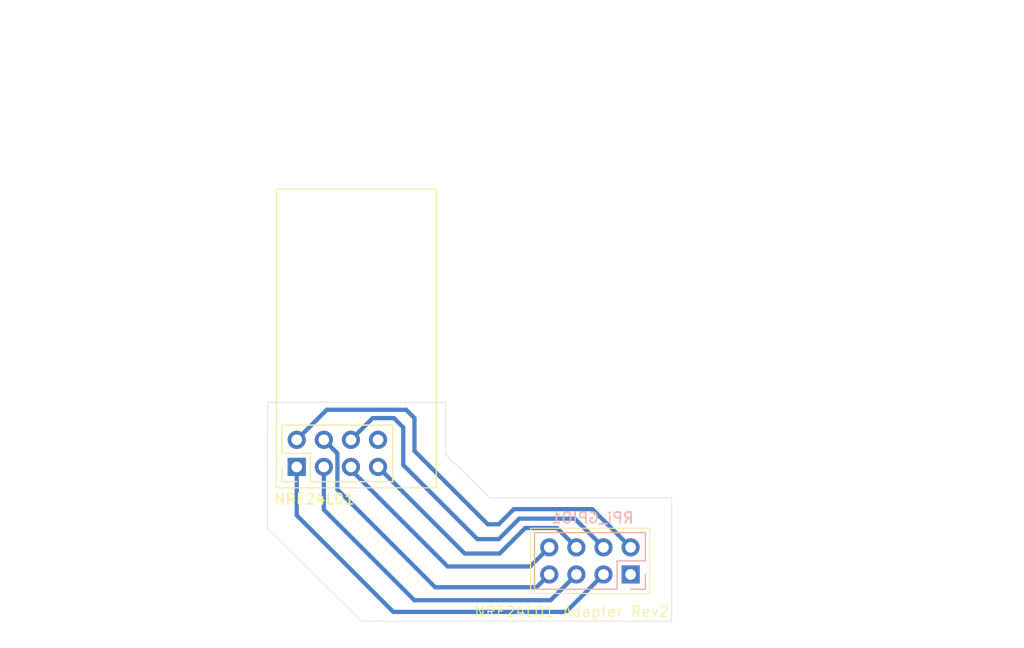
<source format=kicad_pcb>
(kicad_pcb (version 20241229) (generator "pcbnew") (generator_version "9.0")
  (layers (0 "F.Cu" signal) (2 "B.Cu" signal) (13 "F.Paste" user) (15 "B.Paste" user) (5 "F.SilkS" user "F.Silkscreen") (7 "B.SilkS" user "B.Silkscreen") (1 "F.Mask" user) (3 "B.Mask" user) (25 "Edge.Cuts" user))
  (net 0 "")
  (net 1 "CSN")
  (net 2 "VCC")
  (net 3 "CE")
  (net 4 "MOSI")
  (net 5 "MISO")
  (net 6 "SCK")
  (net 7 "GND")
  (footprint "Connector_PinHeader_2.54mm:PinHeader_2x04_P2.54mm_Vertical" (layer "F.Cu") (at 184.93 120.095 90)
    (property "Reference" "NRF24L01" (at -3.015 1.65 0) (layer "F.SilkS"))
    (property "Value" "Front")
    (fp_line (start 3.92 -1.38) (end 3.92 9) (stroke (width 0.12)) (layer "F.SilkS"))
    (fp_line (start 1.27 -1.38) (end 3.92 -1.38) (stroke (width 0.12)) (layer "F.SilkS"))
    (fp_line (start -1.38 -1.38) (end 0 -1.38) (stroke (width 0.12)) (layer "F.SilkS"))
    (fp_line (start -1.38 0) (end -1.38 -1.38) (stroke (width 0.12)) (layer "F.SilkS"))
    (fp_line (start 1.27 1.27) (end 1.27 -1.38) (stroke (width 0.12)) (layer "F.SilkS"))
    (fp_line (start -1.38 1.27) (end 1.27 1.27) (stroke (width 0.12)) (layer "F.SilkS"))
    (fp_line (start -1.38 1.27) (end -1.38 9) (stroke (width 0.12)) (layer "F.SilkS"))
    (fp_line (start -1.38 9) (end 3.92 9) (stroke (width 0.12)) (layer "F.SilkS"))
    (pad "1" thru_hole rect (at 0 0 90) (size 1.7 1.7) (drill 1) (layers "*.Cu" "*.Mask" "B.Paste") (net 7 "GND"))
    (pad "2" thru_hole circle (at 2.54 0 90) (size 1.7 1.7) (drill 1) (layers "*.Cu" "*.Mask" "B.Paste") (net 2 "VCC"))
    (pad "3" thru_hole circle (at 0 2.54 90) (size 1.7 1.7) (drill 1) (layers "*.Cu" "*.Mask" "B.Paste") (net 3 "CE"))
    (pad "4" thru_hole circle (at 2.54 2.54 90) (size 1.7 1.7) (drill 1) (layers "*.Cu" "*.Mask" "B.Paste") (net 1 "CSN"))
    (pad "5" thru_hole circle (at 0 5.08 90) (size 1.7 1.7) (drill 1) (layers "*.Cu" "*.Mask" "B.Paste") (net 6 "SCK"))
    (pad "6" thru_hole circle (at 2.54 5.08 90) (size 1.7 1.7) (drill 1) (layers "*.Cu" "*.Mask" "B.Paste") (net 4 "MOSI"))
    (pad "7" thru_hole circle (at 0 7.62 90) (size 1.7 1.7) (drill 1) (layers "*.Cu" "*.Mask" "B.Paste") (net 5 "MISO"))
    (pad "8" thru_hole circle (at 2.54 7.62 90) (size 1.7 1.7) (drill 1) (layers "*.Cu" "*.Mask"))
  )
  (footprint "Connector_PinHeader_2.54mm:PinHeader_2x04_P2.54mm_Vertical" (layer "B.Cu") (at 216.21 130.17 90)
    (property "Reference" "RPi_GPIO1" (at 5.3 -3.58 0) (layer "B.SilkS") (effects (justify mirror)))
    (property "Value" "Back")
    (fp_line (start -1.38 -9) (end 3.92 -9) (stroke (width 0.12)) (layer "B.SilkS"))
    (fp_line (start 1.27 -1.27) (end 1.27 1.38) (stroke (width 0.12)) (layer "B.SilkS"))
    (fp_line (start -1.38 -1.27) (end -1.38 -9) (stroke (width 0.12)) (layer "B.SilkS"))
    (fp_line (start -1.38 -1.27) (end 1.27 -1.27) (stroke (width 0.12)) (layer "B.SilkS"))
    (fp_line (start -1.38 0) (end -1.38 1.38) (stroke (width 0.12)) (layer "B.SilkS"))
    (fp_line (start 3.92 1.38) (end 3.92 -9) (stroke (width 0.12)) (layer "B.SilkS"))
    (fp_line (start 1.27 1.38) (end 3.92 1.38) (stroke (width 0.12)) (layer "B.SilkS"))
    (fp_line (start -1.38 1.38) (end 0 1.38) (stroke (width 0.12)) (layer "B.SilkS"))
    (pad "1" thru_hole rect (at 0 0 90) (size 1.7 1.7) (drill 1) (layers "*.Cu" "*.Mask"))
    (pad "2" thru_hole circle (at 2.54 0 90) (size 1.7 1.7) (drill 1) (layers "*.Cu" "*.Mask" "F.Paste") (net 2 "VCC"))
    (pad "3" thru_hole circle (at 0 -2.54 90) (size 1.7 1.7) (drill 1) (layers "*.Cu" "*.Mask" "F.Paste") (net 7 "GND"))
    (pad "4" thru_hole circle (at 2.54 -2.54 90) (size 1.7 1.7) (drill 1) (layers "*.Cu" "*.Mask" "F.Paste") (net 4 "MOSI"))
    (pad "5" thru_hole circle (at 0 -5.08 90) (size 1.7 1.7) (drill 1) (layers "*.Cu" "*.Mask" "F.Paste") (net 3 "CE"))
    (pad "6" thru_hole circle (at 2.54 -5.08 90) (size 1.7 1.7) (drill 1) (layers "*.Cu" "*.Mask" "F.Paste") (net 5 "MISO"))
    (pad "7" thru_hole circle (at 0 -7.62 90) (size 1.7 1.7) (drill 1) (layers "*.Cu" "*.Mask" "F.Paste") (net 1 "CSN"))
    (pad "8" thru_hole circle (at 2.54 -7.62 90) (size 1.7 1.7) (drill 1) (layers "*.Cu" "*.Mask" "F.Paste") (net 6 "SCK"))
  )
  (gr_rect (start 206.84 125.84) (end 218 131.95) (stroke (width 0.1)) (fill no) (layer "F.SilkS"))
  (gr_rect (start 183.01 94.055) (end 198.01 122.055) (stroke (width 0.1)) (fill no) (layer "F.SilkS"))
  (gr_line (start 203.03 123) (end 220.06 123) (stroke (width 0.05)) (layer "Edge.Cuts"))
  (gr_line (start 182.2 125.88) (end 182.22 114.03) (stroke (width 0.05)) (layer "Edge.Cuts"))
  (gr_line (start 198.88 114.03) (end 198.88 118.920658) (stroke (width 0.05)) (layer "Edge.Cuts"))
  (gr_line (start 203.03 123) (end 198.88 118.920658) (stroke (width 0.05)) (layer "Edge.Cuts"))
  (gr_line (start 191.01 134.54) (end 220.06 134.55) (stroke (width 0.05)) (layer "Edge.Cuts"))
  (gr_line (start 182.22 114.03) (end 198.88 114.03) (stroke (width 0.05)) (layer "Edge.Cuts"))
  (gr_line (start 191.01 134.54) (end 182.2 125.88) (stroke (width 0.05)) (layer "Edge.Cuts"))
  (gr_line (start 220.06 134.55) (end 220.06 123) (stroke (width 0.05)) (layer "Edge.Cuts"))
  (gr_curve (pts (xy 213.11 119.99) (xy 213.11 119.99) (xy 213.11 119.99) (xy 213.11 119.99)) (stroke (width 0.05)) (layer "Edge.Cuts"))
  (gr_text "NRF24L01 Adapter Rev2" (at 201.5 134.24 0) (layer "F.SilkS") (effects (font (size 1 1) (thickness 0.1)) (justify left bottom)))
  (segment (start 208.59 130.17) (end 207.39 131.37) (width 0.4) (layer "B.Cu") (net 1))
  (segment (start 188.74 122.21) (end 188.74 118.825) (width 0.4) (layer "B.Cu") (net 1))
  (segment (start 207.39 131.37) (end 197.9 131.37) (width 0.4) (layer "B.Cu") (net 1))
  (segment (start 197.9 131.37) (end 188.74 122.21) (width 0.4) (layer "B.Cu") (net 1))
  (segment (start 188.74 118.825) (end 187.47 117.555) (width 0.4) (layer "B.Cu") (net 1))
  (segment (start 203.85 125.47) (end 202.83 125.47) (width 0.4) (layer "B.Cu") (net 2))
  (segment (start 195.18 114.74) (end 187.745 114.74) (width 0.4) (layer "B.Cu") (net 2))
  (segment (start 216.21 127.63) (end 212.63 124.05) (width 0.4) (layer "B.Cu") (net 2))
  (segment (start 202.83 125.47) (end 195.96 118.6) (width 0.4) (layer "B.Cu") (net 2))
  (segment (start 205.27 124.05) (end 203.85 125.47) (width 0.4) (layer "B.Cu") (net 2))
  (segment (start 187.745 114.74) (end 184.93 117.555) (width 0.4) (layer "B.Cu") (net 2))
  (segment (start 212.63 124.05) (end 205.27 124.05) (width 0.4) (layer "B.Cu") (net 2))
  (segment (start 195.96 115.52) (end 195.18 114.74) (width 0.4) (layer "B.Cu") (net 2))
  (segment (start 195.96 118.6) (end 195.96 115.52) (width 0.4) (layer "B.Cu") (net 2))
  (segment (start 208.72 132.58) (end 195.95 132.58) (width 0.4) (layer "B.Cu") (net 3))
  (segment (start 195.95 132.58) (end 187.47 124.1) (width 0.4) (layer "B.Cu") (net 3))
  (segment (start 187.47 124.1) (end 187.47 120.095) (width 0.4) (layer "B.Cu") (net 3))
  (segment (start 211.13 130.17) (end 208.72 132.58) (width 0.4) (layer "B.Cu") (net 3))
  (segment (start 194.91 116.4) (end 194.03 115.52) (width 0.4) (layer "B.Cu") (net 4))
  (segment (start 201.855 126.86) (end 194.91 119.915) (width 0.4) (layer "B.Cu") (net 4))
  (segment (start 194.03 115.52) (end 192.045 115.52) (width 0.4) (layer "B.Cu") (net 4))
  (segment (start 203.86 126.86) (end 201.855 126.86) (width 0.4) (layer "B.Cu") (net 4))
  (segment (start 192.045 115.52) (end 190.01 117.555) (width 0.4) (layer "B.Cu") (net 4))
  (segment (start 194.91 119.915) (end 194.91 116.4) (width 0.4) (layer "B.Cu") (net 4))
  (segment (start 213.67 127.63) (end 210.98 124.94) (width 0.4) (layer "B.Cu") (net 4))
  (segment (start 210.98 124.94) (end 205.78 124.94) (width 0.4) (layer "B.Cu") (net 4))
  (segment (start 205.78 124.94) (end 203.86 126.86) (width 0.4) (layer "B.Cu") (net 4))
  (segment (start 206.33 125.82) (end 203.94 128.21) (width 0.4) (layer "B.Cu") (net 5))
  (segment (start 200.665 128.21) (end 192.55 120.095) (width 0.4) (layer "B.Cu") (net 5))
  (segment (start 211.13 127.63) (end 209.32 125.82) (width 0.4) (layer "B.Cu") (net 5))
  (segment (start 203.94 128.21) (end 200.665 128.21) (width 0.4) (layer "B.Cu") (net 5))
  (segment (start 209.32 125.82) (end 206.33 125.82) (width 0.4) (layer "B.Cu") (net 5))
  (segment (start 206.8 129.42) (end 199.07 129.42) (width 0.4) (layer "B.Cu") (net 6))
  (segment (start 208.59 127.63) (end 206.8 129.42) (width 0.4) (layer "B.Cu") (net 6))
  (segment (start 199.07 129.42) (end 190.01 120.36) (width 0.4) (layer "B.Cu") (net 6))
  (segment (start 190.01 120.36) (end 190.01 120.095) (width 0.4) (layer "B.Cu") (net 6))
  (segment (start 193.98 133.68) (end 184.93 124.63) (width 0.4) (layer "B.Cu") (net 7))
  (segment (start 213.67 130.17) (end 210.16 133.68) (width 0.4) (layer "B.Cu") (net 7))
  (segment (start 210.16 133.68) (end 193.98 133.68) (width 0.4) (layer "B.Cu") (net 7))
  (segment (start 184.93 124.63) (end 184.93 120.095) (width 0.4) (layer "B.Cu") (net 7))
)
</source>
